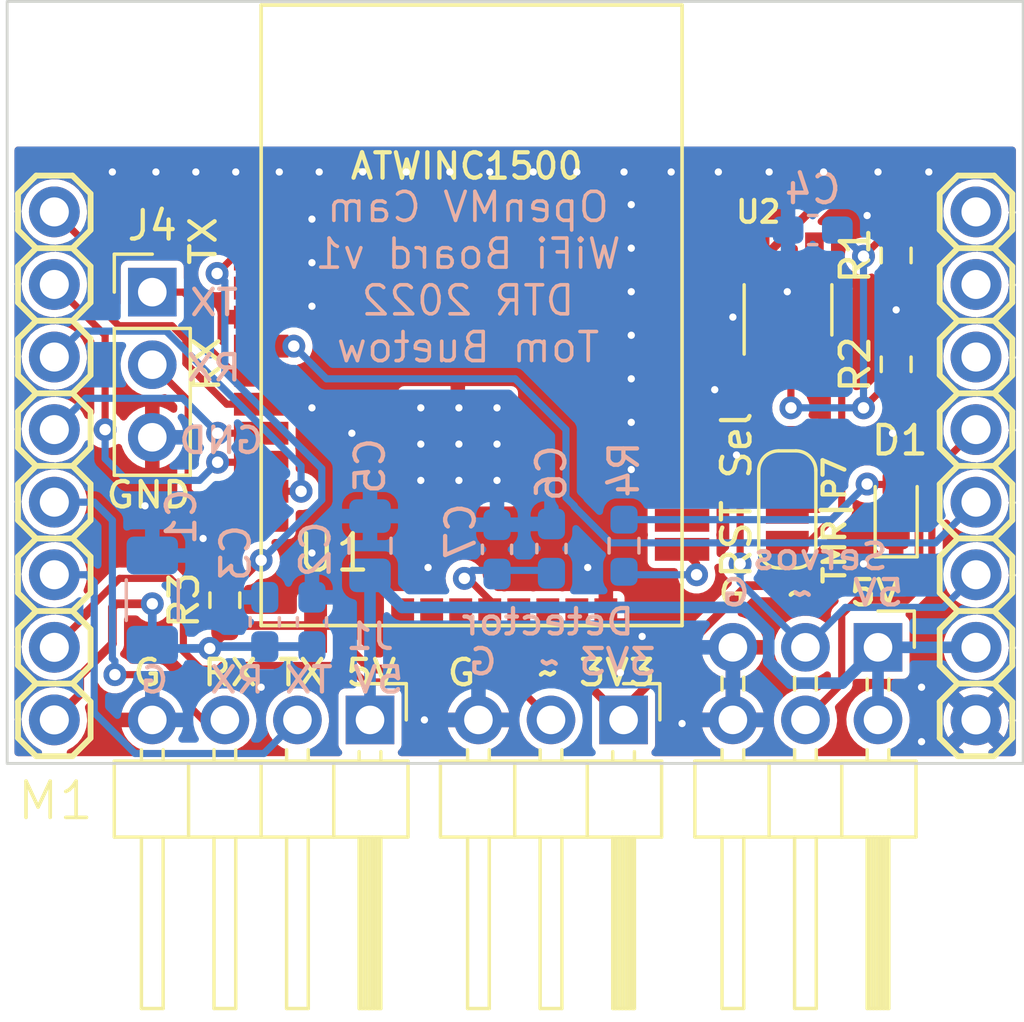
<source format=kicad_pcb>
(kicad_pcb (version 20211014) (generator pcbnew)
  (layers (0 "F.Cu" signal) (31 "B.Cu" signal) (34 "B.Paste" user) (35 "F.Paste" user) (36 "B.SilkS" user "B.Silkscreen") (37 "F.SilkS" user "F.Silkscreen") (38 "B.Mask" user) (39 "F.Mask" user) (44 "Edge.Cuts" user))
  (net 0 "")
  (net 1 "+5V")
  (net 2 "Net-(C6-Pad1)")
  (net 3 "Net-(D1-Pad2)")
  (net 4 "/UART_TX")
  (net 5 "/UART_RX")
  (net 6 "/~{Detect_Sig}")
  (net 7 "Net-(C4-Pad1)")
  (net 8 "GND")
  (net 9 "+3.3V")
  (net 10 "/Servo_PWM")
  (net 11 "/DBG_TX")
  (net 12 "/DBG_RX")
  (net 13 "/Servo2_PWM")
  (net 14 "Net-(R3-Pad2)")
  (net 15 "Net-(R4-Pad1)")
  (net 18 "/Mod_RST")
  (net 20 "/IRQ")
  (net 21 "/MOSI")
  (net 22 "/SSEL")
  (net 23 "/MISO")
  (net 24 "/SCLK")
  (net 29 "Net-(JP1-Pad1)")
  (footprint "Resistor_SMD:R_0603_1608Metric_Pad0.98x0.95mm_HandSolder" (layer "F.Cu") (at 124.46 112.395 90)
    (fp_text reference "R3" (at 0 -1.43 90) (layer "F.SilkS"))
    (fp_text value "1M")
    (pad "1" smd roundrect (at -0.9125 0 90) (size 0.975 0.95) (layers "F.Cu" "F.Paste" "F.Mask") (net 9 "+3.3V"))
    (pad "2" smd roundrect (at 0.9125 0 90) (size 0.975 0.95) (layers "F.Cu" "F.Paste" "F.Mask") (net 14 "Net-(R3-Pad2)"))
  )
  (footprint "wifi:ATWINC1500" (layer "F.Cu") (at 125.73 113.284)
    (fp_text reference "U1" (at 2.54 -2.54) (layer "F.SilkS") (effects (font (size 1.27 1.27))))
    (fp_text value "ATWINC1500" (at 7.192043 -16.079294) (layer "F.SilkS") (effects (font (size 0.889 0.889))))
    (pad "1" smd rect (at 14.732 -2.667 180) (size 1.905 0.8001) (layers "F.Cu" "F.Paste" "F.Mask") (net 15 "Net-(R4-Pad1)"))
    (pad "2" smd rect (at 14.732 -3.683 180) (size 1.905 0.8001) (layers "F.Cu" "F.Paste" "F.Mask"))
    (pad "3" smd rect (at 14.732 -4.699 180) (size 1.905 0.8001) (layers "F.Cu" "F.Paste" "F.Mask"))
    (pad "4" smd rect (at 14.732 -5.715 180) (size 1.905 0.8001) (layers "F.Cu" "F.Paste" "F.Mask") (net 18 "/Mod_RST"))
    (pad "5" smd rect (at 14.732 -9.779 180) (size 1.905 0.8001) (layers "F.Cu" "F.Paste" "F.Mask"))
    (pad "6" smd rect (at 14.732 -11.811 180) (size 1.905 0.8001) (layers "F.Cu" "F.Paste" "F.Mask"))
    (pad "7" smd rect (at 14.732 -12.827 180) (size 1.905 0.8001) (layers "F.Cu" "F.Paste" "F.Mask"))
    (pad "8" smd rect (at 14.732 -13.843 180) (size 1.905 0.8001) (layers "F.Cu" "F.Paste" "F.Mask"))
    (pad "9" smd rect (at 14.732 -14.859 180) (size 1.905 0.8001) (layers "F.Cu" "F.Paste" "F.Mask") (net 8 "GND"))
    (pad "10" smd rect (at 0 -12.827) (size 1.905 0.8001) (layers "F.Cu" "F.Paste" "F.Mask") (net 14 "Net-(R3-Pad2)"))
    (pad "11" smd rect (at 0 -11.811) (size 1.905 0.8001) (layers "F.Cu" "F.Paste" "F.Mask"))
    (pad "12" smd rect (at 0 -10.795) (size 1.905 0.8001) (layers "F.Cu" "F.Paste" "F.Mask") (net 8 "GND"))
    (pad "13" smd rect (at 0 -9.779) (size 1.905 0.8001) (layers "F.Cu" "F.Paste" "F.Mask") (net 20 "/IRQ"))
    (pad "14" smd rect (at 0 -8.763) (size 1.905 0.8001) (layers "F.Cu" "F.Paste" "F.Mask") (net 11 "/DBG_TX"))
    (pad "15" smd rect (at 0 -7.747) (size 1.905 0.8001) (layers "F.Cu" "F.Paste" "F.Mask") (net 21 "/MOSI"))
    (pad "16" smd rect (at 0 -6.731) (size 1.905 0.8001) (layers "F.Cu" "F.Paste" "F.Mask") (net 22 "/SSEL"))
    (pad "17" smd rect (at 0 -5.715) (size 1.905 0.8001) (layers "F.Cu" "F.Paste" "F.Mask") (net 23 "/MISO"))
    (pad "18" smd rect (at 0 -4.699) (size 1.905 0.8001) (layers "F.Cu" "F.Paste" "F.Mask") (net 24 "/SCLK"))
    (pad "19" smd rect (at 0 -3.683) (size 1.905 0.8001) (layers "F.Cu" "F.Paste" "F.Mask") (net 12 "/DBG_RX"))
    (pad "20" smd rect (at 1.905 0 90) (size 1.905 0.8001) (layers "F.Cu" "F.Paste" "F.Mask") (net 9 "+3.3V"))
    (pad "21" smd rect (at 4.953 0 90) (size 1.905 0.8001) (layers "F.Cu" "F.Paste" "F.Mask"))
    (pad "22" smd rect (at 5.969 0 90) (size 1.905 0.8001) (layers "F.Cu" "F.Paste" "F.Mask") (net 9 "+3.3V"))
    (pad "23" smd rect (at 6.985 0 90) (size 1.905 0.8001) (layers "F.Cu" "F.Paste" "F.Mask") (net 9 "+3.3V"))
    (pad "24" smd rect (at 8.001 0 90) (size 1.905 0.8001) (layers "F.Cu" "F.Paste" "F.Mask") (net 2 "Net-(C6-Pad1)"))
    (pad "25" smd rect (at 9.017 0 90) (size 1.905 0.8001) (layers "F.Cu" "F.Paste" "F.Mask"))
    (pad "26" smd rect (at 10.033 0 90) (size 1.905 0.8001) (layers "F.Cu" "F.Paste" "F.Mask"))
    (pad "27" smd rect (at 11.049 0 90) (size 1.905 0.8001) (layers "F.Cu" "F.Paste" "F.Mask"))
    (pad "28" smd rect (at 12.065 0 90) (size 1.905 0.8001) (layers "F.Cu" "F.Paste" "F.Mask") (net 8 "GND"))
    (pad "29" smd rect (at 6.8834 -6.2738) (size 3.7084 3.7084) (layers "F.Cu" "F.Paste" "F.Mask") (net 8 "GND"))
  )
  (footprint "Resistor_SMD:R_0603_1608Metric_Pad0.98x0.95mm_HandSolder" (layer "F.Cu") (at 147.955 100.33 90)
    (fp_text reference "R1" (at 0 -1.43 90) (layer "F.SilkS"))
    (fp_text value "2.2k")
    (pad "1" smd roundrect (at -0.9125 0 90) (size 0.975 0.95) (layers "F.Cu" "F.Paste" "F.Mask") (net 9 "+3.3V"))
    (pad "2" smd roundrect (at 0.9125 0 90) (size 0.975 0.95) (layers "F.Cu" "F.Paste" "F.Mask") (net 7 "Net-(C4-Pad1)"))
  )
  (footprint "Connector_PinHeader_2.54mm:PinHeader_2x03_P2.54mm_Horizontal" (layer "F.Cu") (at 147.32 114.046 -90)
    (fp_text reference "J3" hide)
    (fp_text value "Servo")
    (pad "1" thru_hole rect (at 0 0 270) (size 1.7 1.7) (drill 1) (layers *.Cu *.Mask) (net 1 "+5V"))
    (pad "2" thru_hole oval (at 0 2.54 270) (size 1.7 1.7) (drill 1) (layers *.Cu *.Mask) (net 13 "/Servo2_PWM"))
    (pad "3" thru_hole oval (at 0 5.08 270) (size 1.7 1.7) (drill 1) (layers *.Cu *.Mask) (net 8 "GND"))
    (pad "4" thru_hole oval (at 2.54 0 270) (size 1.7 1.7) (drill 1) (layers *.Cu *.Mask) (net 1 "+5V"))
    (pad "5" thru_hole oval (at 2.54 2.54 270) (size 1.7 1.7) (drill 1) (layers *.Cu *.Mask) (net 10 "/Servo_PWM"))
    (pad "6" thru_hole oval (at 2.54 5.08 270) (size 1.7 1.7) (drill 1) (layers *.Cu *.Mask) (net 8 "GND"))
  )
  (footprint "Resistor_SMD:R_0603_1608Metric_Pad0.98x0.95mm_HandSolder" (layer "F.Cu") (at 147.955 104.14 90)
    (fp_text reference "R2" (at 0 -1.43 90) (layer "F.SilkS"))
    (fp_text value "10k")
    (pad "1" smd roundrect (at -0.9125 0 90) (size 0.975 0.95) (layers "F.Cu" "F.Paste" "F.Mask") (net 7 "Net-(C4-Pad1)"))
    (pad "2" smd roundrect (at 0.9125 0 90) (size 0.975 0.95) (layers "F.Cu" "F.Paste" "F.Mask") (net 8 "GND"))
  )
  (footprint "Connector_PinHeader_2.54mm:PinHeader_1x04_P2.54mm_Horizontal" (layer "F.Cu") (at 129.54 116.587397 -90)
    (fp_text reference "J1" hide)
    (fp_text value "UART3")
    (pad "1" thru_hole rect (at 0 0 270) (size 1.7 1.7) (drill 1) (layers *.Cu *.Mask) (net 1 "+5V"))
    (pad "2" thru_hole oval (at 0 2.54 270) (size 1.7 1.7) (drill 1) (layers *.Cu *.Mask) (net 4 "/UART_TX"))
    (pad "3" thru_hole oval (at 0 5.08 270) (size 1.7 1.7) (drill 1) (layers *.Cu *.Mask) (net 5 "/UART_RX"))
    (pad "4" thru_hole oval (at 0 7.62 270) (size 1.7 1.7) (drill 1) (layers *.Cu *.Mask) (net 8 "GND"))
  )
  (footprint "Connector_PinHeader_2.54mm:PinHeader_1x03_P2.54mm_Vertical" (layer "F.Cu") (at 121.92 101.615)
    (fp_text reference "J4" (at 0 -2.33) (layer "F.SilkS"))
    (fp_text value "Debug")
    (pad "1" thru_hole rect (at 0 0) (size 1.7 1.7) (drill 1) (layers *.Cu *.Mask) (net 11 "/DBG_TX"))
    (pad "2" thru_hole oval (at 0 2.54) (size 1.7 1.7) (drill 1) (layers *.Cu *.Mask) (net 12 "/DBG_RX"))
    (pad "3" thru_hole oval (at 0 5.08) (size 1.7 1.7) (drill 1) (layers *.Cu *.Mask) (net 8 "GND"))
  )
  (footprint "Package_TO_SOT_SMD:TSOT-23-5_HandSoldering" (layer "F.Cu") (at 144.145 102.235 90)
    (fp_text reference "U2" (at 3.429 -1.016 180) (layer "F.SilkS") (effects (font (size 0.762 0.762))))
    (fp_text value "74LVC1G17")
    (pad "1" smd rect (at -1.71 -0.95 90) (size 2 0.65) (layers "F.Cu" "F.Paste" "F.Mask"))
    (pad "2" smd rect (at -1.71 0 90) (size 2 0.65) (layers "F.Cu" "F.Paste" "F.Mask") (net 7 "Net-(C4-Pad1)"))
    (pad "3" smd rect (at -1.71 0.95 90) (size 2 0.65) (layers "F.Cu" "F.Paste" "F.Mask") (net 8 "GND"))
    (pad "4" smd rect (at 1.71 0.95 90) (size 2 0.65) (layers "F.Cu" "F.Paste" "F.Mask") (net 29 "Net-(JP1-Pad1)"))
    (pad "5" smd rect (at 1.71 -0.95 90) (size 2 0.65) (layers "F.Cu" "F.Paste" "F.Mask") (net 9 "+3.3V"))
  )
  (footprint "LED_SMD:LED_0603_1608Metric_Pad1.05x0.95mm_HandSolder" (layer "F.Cu") (at 147.955 109.22 90)
    (fp_text reference "D1" (at 2.413 0.127 180) (layer "F.SilkS"))
    (fp_text value "LED")
    (pad "1" smd roundrect (at -0.875 0 90) (size 1.05 0.95) (layers "F.Cu" "F.Paste" "F.Mask") (net 8 "GND"))
    (pad "2" smd roundrect (at 0.875 0 90) (size 1.05 0.95) (layers "F.Cu" "F.Paste" "F.Mask") (net 3 "Net-(D1-Pad2)"))
  )
  (footprint "Connector_PinHeader_2.54mm:PinHeader_1x03_P2.54mm_Horizontal" (layer "F.Cu") (at 138.414989 116.587397 -90)
    (fp_text reference "J2" hide)
    (fp_text value "Detector")
    (pad "1" thru_hole rect (at 0 0 270) (size 1.7 1.7) (drill 1) (layers *.Cu *.Mask) (net 9 "+3.3V"))
    (pad "2" thru_hole oval (at 0 2.54 270) (size 1.7 1.7) (drill 1) (layers *.Cu *.Mask) (net 6 "/~{Detect_Sig}"))
    (pad "3" thru_hole oval (at 0 5.08 270) (size 1.7 1.7) (drill 1) (layers *.Cu *.Mask) (net 8 "GND"))
  )
  (footprint "wifi:OPENMV3" (layer "F.Cu") (at 116.84 118.11)
    (fp_text reference "M1" (at 1.688871 1.307331) (layer "F.SilkS") (effects (font (size 1.27 1.27) (thickness 0.127))))
    (fp_text value "OPENMV3" hide)
    (pad "1" thru_hole circle (at 1.651 -19.304) (size 1.778 1.778) (drill 1.016) (layers *.Cu *.Paste *.Mask) (net 21 "/MOSI"))
    (pad "2" thru_hole circle (at 1.651 -16.764) (size 1.778 1.778) (drill 1.016) (layers *.Cu *.Paste *.Mask) (net 23 "/MISO"))
    (pad "3" thru_hole circle (at 1.651 -14.224) (size 1.778 1.778) (drill 1.016) (layers *.Cu *.Paste *.Mask) (net 24 "/SCLK"))
    (pad "4" thru_hole circle (at 1.651 -11.684) (size 1.778 1.778) (drill 1.016) (layers *.Cu *.Paste *.Mask) (net 22 "/SSEL"))
    (pad "5" thru_hole circle (at 1.651 -9.144) (size 1.778 1.778) (drill 1.016) (layers *.Cu *.Paste *.Mask) (net 5 "/UART_RX"))
    (pad "6" thru_hole circle (at 1.651 -6.604) (size 1.778 1.778) (drill 1.016) (layers *.Cu *.Paste *.Mask) (net 4 "/UART_TX"))
    (pad "7" thru_hole circle (at 1.651 -4.064) (size 1.778 1.778) (drill 1.016) (layers *.Cu *.Paste *.Mask) (net 6 "/~{Detect_Sig}"))
    (pad "8" thru_hole circle (at 1.651 -1.524) (size 1.778 1.778) (drill 1.016) (layers *.Cu *.Paste *.Mask) (net 9 "+3.3V"))
    (pad "9" thru_hole circle (at 33.909 -1.524) (size 1.778 1.778) (drill 1.016) (layers *.Cu *.Paste *.Mask) (net 8 "GND"))
    (pad "10" thru_hole circle (at 33.909 -4.064) (size 1.778 1.778) (drill 1.016) (layers *.Cu *.Paste *.Mask) (net 1 "+5V"))
    (pad "11" thru_hole circle (at 33.909 -6.604) (size 1.778 1.778) (drill 1.016) (layers *.Cu *.Paste *.Mask) (net 13 "/Servo2_PWM"))
    (pad "12" thru_hole circle (at 33.909 -9.144) (size 1.778 1.778) (drill 1.016) (layers *.Cu *.Paste *.Mask) (net 20 "/IRQ"))
    (pad "13" thru_hole circle (at 33.909 -11.684) (size 1.778 1.778) (drill 1.016) (layers *.Cu *.Paste *.Mask) (net 10 "/Servo_PWM"))
    (pad "14" thru_hole circle (at 33.909 -14.224) (size 1.778 1.778) (drill 1.016) (layers *.Cu *.Paste *.Mask))
    (pad "15" thru_hole circle (at 33.909 -16.764) (size 1.778 1.778) (drill 1.016) (layers *.Cu *.Paste *.Mask))
    (pad "16" thru_hole circle (at 33.909 -19.304) (size 1.778 1.778) (drill 1.016) (layers *.Cu *.Paste *.Mask))
  )
  (footprint "Jumper:SolderJumper-3_P1.3mm_Open_RoundedPad1.0x1.5mm_NumberLabels" (layer "F.Cu") (at 144.145 109.22 90)
    (fp_text reference "JP1" hide)
    (fp_text value "RST Select")
    (pad "1" smd custom (at -1.3 0 90) (size 1 0.5) (layers "F.Cu" "F.Mask") (net 29 "Net-(JP1-Pad1)") (options (clearance outline) (anchor rect)) (primitives (gr_circle (center 0 0.25) (end 0.5 0.25) (width 0) (fill yes)) (gr_circle (center 0 -0.25) (end 0.5 -0.25) (width 0) (fill yes)) (gr_poly (pts (xy 0.55 0.75) (xy 0 0.75) (xy 0 -0.75) (xy 0.55 -0.75)) (width 0) (fill yes))))
    (pad "2" smd rect (at 0 0 90) (size 1 1.5) (layers "F.Cu" "F.Mask") (net 18 "/Mod_RST"))
    (pad "3" smd custom (at 1.3 0 90) (size 1 0.5) (layers "F.Cu" "F.Mask") (net 13 "/Servo2_PWM") (options (clearance outline) (anchor rect)) (primitives (gr_circle (center 0 0.25) (end 0.5 0.25) (width 0) (fill yes)) (gr_circle (center 0 -0.25) (end 0.5 -0.25) (width 0) (fill yes)) (gr_poly (pts (xy 0 0.75) (xy -0.55 0.75) (xy -0.55 -0.75) (xy 0 -0.75)) (width 0) (fill yes))))
  )
  (footprint "Capacitor_SMD:C_0603_1608Metric_Pad1.08x0.95mm_HandSolder" (layer "B.Cu") (at 125.857 113.157 90)
    (fp_text reference "C3" (at 2.413 -1.016 90) (layer "B.SilkS") (effects (justify mirror)))
    (fp_text value ".1u")
    (pad "1" smd roundrect (at -0.8625 0 90) (size 1.075 0.95) (layers "B.Cu" "B.Paste" "B.Mask") (net 9 "+3.3V"))
    (pad "2" smd roundrect (at 0.8625 0 90) (size 1.075 0.95) (layers "B.Cu" "B.Paste" "B.Mask") (net 8 "GND"))
  )
  (footprint "Resistor_SMD:R_0603_1608Metric_Pad0.98x0.95mm_HandSolder" (layer "B.Cu") (at 138.43 110.49 90)
    (fp_text reference "R4" (at 2.667 0 90) (layer "B.SilkS") (effects (justify mirror)))
    (fp_text value "220")
    (pad "1" smd roundrect (at -0.9125 0 90) (size 0.975 0.95) (layers "B.Cu" "B.Paste" "B.Mask") (net 15 "Net-(R4-Pad1)"))
    (pad "2" smd roundrect (at 0.9125 0 90) (size 0.975 0.95) (layers "B.Cu" "B.Paste" "B.Mask") (net 3 "Net-(D1-Pad2)"))
  )
  (footprint "Capacitor_SMD:C_0603_1608Metric_Pad1.08x0.95mm_HandSolder" (layer "B.Cu") (at 145.034 99.441 180)
    (fp_text reference "C4" (at 0 1.43) (layer "B.SilkS") (effects (justify mirror)))
    (fp_text value "10u")
    (pad "1" smd roundrect (at -0.8625 0 180) (size 1.075 0.95) (layers "B.Cu" "B.Paste" "B.Mask") (net 7 "Net-(C4-Pad1)"))
    (pad "2" smd roundrect (at 0.8625 0 180) (size 1.075 0.95) (layers "B.Cu" "B.Paste" "B.Mask") (net 8 "GND"))
  )
  (footprint "Capacitor_SMD:C_0603_1608Metric_Pad1.08x0.95mm_HandSolder" (layer "B.Cu") (at 133.985 110.617 90)
    (fp_text reference "C7" (at 0.635 -1.27 90) (layer "B.SilkS") (effects (justify mirror)))
    (fp_text value ".01u")
    (pad "1" smd roundrect (at -0.8625 0 90) (size 1.075 0.95) (layers "B.Cu" "B.Paste" "B.Mask") (net 2 "Net-(C6-Pad1)"))
    (pad "2" smd roundrect (at 0.8625 0 90) (size 1.075 0.95) (layers "B.Cu" "B.Paste" "B.Mask") (net 8 "GND"))
  )
  (footprint "Capacitor_SMD:C_0805_2012Metric_Pad1.18x1.45mm_HandSolder" (layer "B.Cu") (at 129.54 110.49 90)
    (fp_text reference "C5" (at 2.794 0 90) (layer "B.SilkS") (effects (justify mirror)))
    (fp_text value "10u")
    (pad "1" smd roundrect (at -1.0375 0 90) (size 1.175 1.45) (layers "B.Cu" "B.Paste" "B.Mask") (roundrect_rratio 0.212766) (net 1 "+5V"))
    (pad "2" smd roundrect (at 1.0375 0 90) (size 1.175 1.45) (layers "B.Cu" "B.Paste" "B.Mask") (roundrect_rratio 0.212766) (net 8 "GND"))
  )
  (footprint "Capacitor_SMD:C_0603_1608Metric_Pad1.08x0.95mm_HandSolder" (layer "B.Cu") (at 127.508 113.157 90)
    (fp_text reference "C2" (at 2.54 0.127 90) (layer "B.SilkS") (effects (justify mirror)))
    (fp_text value ".1u")
    (pad "1" smd roundrect (at -0.8625 0 90) (size 1.075 0.95) (layers "B.Cu" "B.Paste" "B.Mask") (net 9 "+3.3V"))
    (pad "2" smd roundrect (at 0.8625 0 90) (size 1.075 0.95) (layers "B.Cu" "B.Paste" "B.Mask") (net 8 "GND"))
  )
  (footprint "Capacitor_SMD:C_1206_3216Metric_Pad1.33x1.80mm_HandSolder" (layer "B.Cu") (at 121.92 112.395 90)
    (fp_text reference "C1" (at 2.921 1.016 90) (layer "B.SilkS") (effects (justify mirror)))
    (fp_text value "47u")
    (pad "1" smd roundrect (at -1.5625 0 90) (size 1.325 1.8) (layers "B.Cu" "B.Paste" "B.Mask") (roundrect_rratio 0.188679) (net 9 "+3.3V"))
    (pad "2" smd roundrect (at 1.5625 0 90) (size 1.325 1.8) (layers "B.Cu" "B.Paste" "B.Mask") (roundrect_rratio 0.188679) (net 8 "GND"))
  )
  (footprint "Capacitor_SMD:C_0603_1608Metric_Pad1.08x0.95mm_HandSolder" (layer "B.Cu") (at 135.89 110.5905 90)
    (fp_text reference "C6" (at 2.6405 0 90) (layer "B.SilkS") (effects (justify mirror)))
    (fp_text value "10u")
    (pad "1" smd roundrect (at -0.8625 0 90) (size 1.075 0.95) (layers "B.Cu" "B.Paste" "B.Mask") (net 2 "Net-(C6-Pad1)"))
    (pad "2" smd roundrect (at 0.8625 0 90) (size 1.075 0.95) (layers "B.Cu" "B.Paste" "B.Mask") (net 8 "GND"))
  )
  (gr_rect locked (start 116.84 91.44) (end 152.4 118.11) (layer "Edge.Cuts") (width 0.1) (fill none))
  (gr_text "OpenMV Cam\nWiFi Board v1\nDTR 2022\nTom Buetow\n" (at 132.969 101.092) (layer "B.SilkS") (effects (font (size 1.016 1.016) (thickness 0.127)) (justify mirror)))
  (gr_text "Detector" (at 135.763 113.157) (layer "B.SilkS") (effects (font (size 0.889 0.9652)) (justify mirror)))
  (gr_text "RX" (at 124.079 104.267) (layer "B.SilkS") (effects (font (size 0.889 0.9652)) (justify mirror)))
  (gr_text "GND" (at 124.333 106.807) (layer "B.SilkS") (effects (font (size 0.889 0.9652)) (justify mirror)))
  (gr_text "3V3 ~  G" (at 136.271 114.554) (layer "B.SilkS") (effects (font (size 0.889 0.9652)) (justify mirror)))
  (gr_text "5V TX RX  G" (at 126.111 115.189) (layer "B.SilkS") (effects (font (size 0.889 0.9652)) (justify mirror)))
  (gr_text "J1" (at 129.54 113.665) (layer "B.SilkS") (effects (font (size 0.889 0.9652)) (justify mirror)))
  (gr_text "Servos" (at 145.288 110.871) (layer "B.SilkS") (effects (font (size 0.889 0.9652)) (justify mirror)))
  (gr_text "5V  ~  G" (at 145.034 112.141) (layer "B.SilkS") (effects (font (size 0.889 0.9652)) (justify mirror)))
  (gr_text "TX" (at 124.079 101.981) (layer "B.SilkS") (effects (font (size 0.889 0.9652)) (justify mirror)))
  (gr_text "TMR|P7" (at 145.796 109.601 90) (layer "F.SilkS") (effects (font (size 0.762 0.762))))
  (gr_text "G  ~  5V" (at 144.907 112.141) (layer "F.SilkS") (effects (font (size 0.889 0.9652))))
  (gr_text "TX" (at 123.698 99.822 90) (layer "F.SilkS") (effects (font (size 0.889 0.9652))))
  (gr_text "G   ~ 3V3" (at 135.89 114.935) (layer "F.SilkS") (effects (font (size 0.889 0.9652))))
  (gr_text "RX" (at 123.825 104.14 90) (layer "F.SilkS") (effects (font (size 0.889 0.9652))))
  (gr_text "RST Sel" (at 142.367 108.712 90) (layer "F.SilkS") (effects (font (size 1 1))))
  (gr_text "GND" (at 121.793 108.712) (layer "F.SilkS") (effects (font (size 0.889 0.9652))))
  (gr_text "G  RX TX 5V" (at 125.857 114.935) (layer "F.SilkS") (effects (font (size 0.889 0.9652))))
  (segment (start 130.6615 112.649) (end 129.54 111.5275) (width 0.4064) (layer "B.Cu") (net 1))
  (segment (start 147.32 114.046) (end 146.0668 115.2992) (width 0.4064) (layer "B.Cu") (net 1))
  (segment (start 144.2552 115.2992) (end 143.4932 114.5372) (width 0.4064) (layer "B.Cu") (net 1))
  (segment (start 150.749 114.046) (end 147.32 114.046) (width 0.4064) (layer "B.Cu") (net 1))
  (segment (start 147.32 115.316) (end 147.32 114.046) (width 0.4064) (layer "B.Cu") (net 1))
  (segment (start 143.4932 113.5212) (end 142.621 112.649) (width 0.4064) (layer "B.Cu") (net 1))
  (segment (start 142.621 112.649) (end 130.6615 112.649) (width 0.4064) (layer "B.Cu") (net 1))
  (segment (start 129.54 111.527488) (end 129.54 116.587397) (width 0.4064) (layer "B.Cu") (net 1))
  (segment (start 143.4932 114.5372) (end 143.4932 113.5212) (width 0.4064) (layer "B.Cu") (net 1))
  (segment (start 146.0668 115.2992) (end 144.2552 115.2992) (width 0.4064) (layer "B.Cu") (net 1))
  (segment (start 147.32 116.586) (end 147.32 115.316) (width 0.4064) (layer "B.Cu") (net 1))
  (segment (start 132.969 111.633) (end 133.731 112.395) (width 0.25) (layer "F.Cu") (net 2))
  (segment (start 132.842 111.633) (end 132.969 111.633) (width 0.25) (layer "F.Cu") (net 2))
  (segment (start 133.731 112.395) (end 133.731 113.284) (width 0.25) (layer "F.Cu") (net 2))
  (via (at 132.842 111.633) (size 0.8) (drill 0.4) (layers "F.Cu" "B.Cu") (net 2))
  (segment (start 133.1225 111.3525) (end 135.89 111.3525) (width 0.25) (layer "B.Cu") (net 2))
  (segment (start 132.842 111.633) (end 133.1225 111.3525) (width 0.25) (layer "B.Cu") (net 2))
  (segment (start 146.953 108.345) (end 147.955 108.345) (width 0.25) (layer "F.Cu") (net 3))
  (segment (start 146.939 108.331) (end 146.953 108.345) (width 0.25) (layer "F.Cu") (net 3))
  (via (at 146.939 108.331) (size 0.8) (drill 0.4) (layers "F.Cu" "B.Cu") (net 3))
  (segment (start 146.939 108.331) (end 145.6925 109.5775) (width 0.25) (layer "B.Cu") (net 3))
  (segment (start 145.6925 109.5775) (end 138.43 109.5775) (width 0.25) (layer "B.Cu") (net 3))
  (segment (start 127 116.587397) (end 125.825 117.762397) (width 0.25) (layer "B.Cu") (net 4))
  (segment (start 119.634 111.506) (end 118.491 111.506) (width 0.25) (layer "B.Cu") (net 4))
  (segment (start 125.825 117.762397) (end 121.318397 117.762397) (width 0.25) (layer "B.Cu") (net 4))
  (segment (start 119.888 111.76) (end 119.634 111.506) (width 0.25) (layer "B.Cu") (net 4))
  (segment (start 121.318397 117.762397) (end 119.888 116.332) (width 0.25) (layer "B.Cu") (net 4))
  (segment (start 119.888 116.332) (end 119.888 111.76) (width 0.25) (layer "B.Cu") (net 4))
  (segment (start 122.114799 115.002799) (end 123.699397 116.587397) (width 0.25) (layer "F.Cu") (net 5))
  (segment (start 120.6125 115.002799) (end 122.114799 115.002799) (width 0.25) (layer "F.Cu") (net 5))
  (segment (start 123.699397 116.587397) (end 124.46 116.587397) (width 0.25) (layer "F.Cu") (net 5))
  (via (at 120.6125 115.002799) (size 0.8) (drill 0.4) (layers "F.Cu" "B.Cu") (net 5))
  (segment (start 120.523 109.601) (end 119.888 108.966) (width 0.25) (layer "B.Cu") (net 5))
  (segment (start 120.6125 115.002799) (end 120.6125 114.525673) (width 0.25) (layer "B.Cu") (net 5))
  (segment (start 120.6125 114.525673) (end 120.523 114.436173) (width 0.25) (layer "B.Cu") (net 5))
  (segment (start 119.888 108.966) (end 118.491 108.966) (width 0.25) (layer "B.Cu") (net 5))
  (segment (start 120.523 114.436173) (end 120.523 109.601) (width 0.25) (layer "B.Cu") (net 5))
  (segment (start 122.555 111.633) (end 120.777 111.633) (width 0.25) (layer "F.Cu") (net 6))
  (segment (start 134.545608 115.258) (end 129.353604 115.258) (width 0.25) (layer "F.Cu") (net 6))
  (segment (start 119.634 112.776) (end 119.634 112.903) (width 0.25) (layer "F.Cu") (net 6))
  (segment (start 123.008018 112.086018) (end 122.555 111.633) (width 0.25) (layer "F.Cu") (net 6))
  (segment (start 119.634 112.903) (end 118.491 114.046) (width 0.25) (layer "F.Cu") (net 6))
  (segment (start 123.008018 114.187902) (end 123.008018 112.086018) (width 0.25) (layer "F.Cu") (net 6))
  (segment (start 128.776604 114.681) (end 124.35969 114.681) (width 0.25) (layer "F.Cu") (net 6))
  (segment (start 123.630098 114.809982) (end 123.008018 114.187902) (width 0.25) (layer "F.Cu") (net 6))
  (segment (start 129.353604 115.258) (end 128.776604 114.681) (width 0.25) (layer "F.Cu") (net 6))
  (segment (start 124.35969 114.681) (end 124.230708 114.809982) (width 0.25) (layer "F.Cu") (net 6))
  (segment (start 120.777 111.633) (end 119.634 112.776) (width 0.25) (layer "F.Cu") (net 6))
  (segment (start 135.875 116.587392) (end 134.545608 115.258) (width 0.25) (layer "F.Cu") (net 6))
  (segment (start 124.230708 114.809982) (end 123.630098 114.809982) (width 0.25) (layer "F.Cu") (net 6))
  (segment (start 144.272 105.664) (end 144.272 104.072) (width 0.25) (layer "F.Cu") (net 7))
  (segment (start 144.272 104.072) (end 144.145 103.945) (width 0.25) (layer "F.Cu") (net 7))
  (segment (start 147.955 105.0525) (end 147.4235 105.0525) (width 0.25) (layer "F.Cu") (net 7))
  (segment (start 147.4235 105.0525) (end 146.812 105.664) (width 0.25) (layer "F.Cu") (net 7))
  (segment (start 147.955 99.4175) (end 147.751 99.4175) (width 0.25) (layer "F.Cu") (net 7))
  (segment (start 147.751 99.4175) (end 146.812 100.3565) (width 0.25) (layer "F.Cu") (net 7))
  (via (at 146.812 100.3565) (size 0.8) (drill 0.4) (layers "F.Cu" "B.Cu") (net 7))
  (via (at 146.812 105.664) (size 0.8) (drill 0.4) (layers "F.Cu" "B.Cu") (net 7))
  (via (at 144.272 105.664) (size 0.8) (drill 0.4) (layers "F.Cu" "B.Cu") (net 7))
  (segment (start 145.8965 99.441) (end 146.812 100.3565) (width 0.25) (layer "B.Cu") (net 7))
  (segment (start 146.812 100.3565) (end 146.812 105.664) (width 0.25) (layer "B.Cu") (net 7))
  (segment (start 146.812 105.664) (end 144.272 105.664) (width 0.25) (layer "B.Cu") (net 7))
  (via (at 128.905 106.553) (size 0.508) (drill 0.254) (layers "F.Cu" "B.Cu") (net 8))
  (via (at 138.43 97.409) (size 0.508) (drill 0.254) (layers "F.Cu" "B.Cu") (net 8))
  (via (at 133.985 108.204) (size 0.508) (drill 0.254) (layers "F.Cu" "B.Cu") (net 8))
  (via (at 131.318 108.204) (size 0.508) (drill 0.254) (layers "F.Cu" "B.Cu") (net 8))
  (via (at 141.605 105.029) (size 0.508) (drill 0.254) (layers "F.Cu" "B.Cu") (net 8))
  (via (at 140.462 116.713) (size 0.508) (drill 0.254) (layers "F.Cu" "B.Cu") (net 8))
  (via (at 146.812 111.125) (size 0.508) (drill 0.254) (layers "F.Cu" "B.Cu") (net 8))
  (via (at 147.32 97.409) (size 0.508) (drill 0.254) (layers "F.Cu" "B.Cu") (net 8))
  (via (at 138.684 104.648) (size 0.508) (drill 0.254) (layers "F.Cu" "B.Cu") (net 8))
  (via (at 127.762 97.409) (size 0.508) (drill 0.254) (layers "F.Cu" "B.Cu") (net 8))
  (via (at 127.508 105.664) (size 0.508) (drill 0.254) (layers "F.Cu" "B.Cu") (net 8))
  (via (at 127.508 110.744) (size 0.508) (drill 0.254) (layers "F.Cu" "B.Cu") (net 8))
  (via (at 131.318 105.664) (size 0.508) (drill 0.254) (layers "F.Cu" "B.Cu") (net 8))
  (via (at 120.523 97.409) (size 0.508) (drill 0.254) (layers "F.Cu" "B.Cu") (net 8))
  (via (at 142.367 107.315) (size 0.508) (drill 0.254) (layers "F.Cu" "B.Cu") (net 8))
  (via (at 133.985 106.934) (size 0.508) (drill 0.254) (layers "F.Cu" "B.Cu") (net 8))
  (via (at 123.698 110.236) (size 0.508) (drill 0.254) (layers "F.Cu" "B.Cu") (net 8))
  (via (at 126.365 97.409) (size 0.508) (drill 0.254) (layers "F.Cu" "B.Cu") (net 8))
  (via (at 132.6515 105.664) (size 0.508) (drill 0.254) (layers "F.Cu" "B.Cu") (net 8))
  (via (at 148.844 115.443) (size 0.508) (drill 0.254) (layers "F.Cu" "B.Cu") (net 8))
  (via (at 139.065 113.665) (size 0.508) (drill 0.254) (layers "F.Cu" "B.Cu") (net 8))
  (via (at 127.508 99.06) (size 0.508) (drill 0.254) (layers "F.Cu" "B.Cu") (net 8))
  (via (at 138.684 98.552) (size 0.508) (drill 0.254) (layers "F.Cu" "B.Cu") (net 8))
  (via (at 133.731 97.409) (size 0.508) (drill 0.254) (layers "F.Cu" "B.Cu") (net 8))
  (via (at 140.081 97.409) (size 0.508) (drill 0.254) (layers "F.Cu" "B.Cu") (net 8))
  (via (at 122.047 97.409) (size 0.508) (drill 0.254) (layers "F.Cu" "B.Cu") (net 8))
  (via (at 136.779 97.409) (size 0.508) (drill 0.254) (layers "F.Cu" "B.Cu") (net 8))
  (via (at 129.286 97.409) (size 0.508) (drill 0.254) (layers "F.Cu" "B.Cu") (net 8))
  (via (at 143.51 97.409) (size 0.508) (drill 0.254) (layers "F.Cu" "B.Cu") (net 8))
  (via (at 141.732 97.409) (size 0.508) (drill 0.254) (layers "F.Cu" "B.Cu") (net 8))
  (via (at 138.684 106.172) (size 0.508) (drill 0.254) (layers "F.Cu" "B.Cu") (net 8))
  (via (at 127.508 102.108) (size 0.508) (drill 0.254) (layers "F.Cu" "B.Cu") (net 8))
  (via (at 142.24 102.489) (size 0.508) (drill 0.254) (layers "F.Cu" "B.Cu") (net 8))
  (via (at 131.318 106.934) (size 0.508) (drill 0.254) (layers "F.Cu" "B.Cu") (net 8))
  (via (at 131.572 111.252) (size 0.508) (drill 0.254) (layers "F.Cu" "B.Cu") (net 8))
  (via (at 132.6515 108.204) (size 0.508) (drill 0.254) (layers "F.Cu" "B.Cu") (net 8))
  (via (at 131.445 116.586) (size 0.508) (drill 0.254) (layers "F.Cu" "B.Cu") (net 8))
  (via (at 145.415 97.409) (size 0.508) (drill 0.254) (layers "F.Cu" "B.Cu") (net 8))
  (via (at 135.255 97.409) (size 0.508) (drill 0.254) (layers "F.Cu" "B.Cu") (net 8))
  (via (at 146.939 98.933) (size 0.508) (drill 0.254) (layers "F.Cu" "B.Cu") (net 8))
  (via (at 130.81 97.409) (size 0.508) (drill 0.254) (layers "F.Cu" "B.Cu") (net 8))
  (via (at 127.508 100.584) (size 0.508) (drill 0.254) (layers "F.Cu" "B.Cu") (net 8))
  (via (at 148.844 117.348) (size 0.508) (drill 0.254) (layers "F.Cu" "B.Cu") (net 8))
  (via (at 121.666 109.093) (size 0.508) (drill 0.254) (layers "F.Cu" "B.Cu") (net 8))
  (via (at 132.334 97.409) (size 0.508) (drill 0.254) (layers "F.Cu" "B.Cu") (net 8))
  (via (at 149.098 97.409) (size 0.508) (drill 0.254) (layers "F.Cu" "B.Cu") (net 8))
  (via (at 138.303 114.935) (size 0.508) (drill 0.254) (layers "F.Cu" "B.Cu") (net 8))
  (via (at 147.955 102.235) (size 0.508) (drill 0.254) (layers "F.Cu" "B.Cu") (net 8))
  (via (at 123.444 97.409) (size 0.508) (drill 0.254) (layers "F.Cu" "B.Cu") (net 8))
  (via (at 132.6515 106.934) (size 0.508) (drill 0.254) (layers "F.Cu" "B.Cu") (net 8))
  (via (at 125.73 115.443) (size 0.508) (drill 0.254) (layers "F.Cu" "B.Cu") (net 8))
  (via (at 138.684 101.6) (size 0.508) (drill 0.254) (layers "F.Cu" "B.Cu") (net 8))
  (via (at 138.684 103.124) (size 0.508) (drill 0.254) (layers "F.Cu" "B.Cu") (net 8))
  (via (at 138.684 100.076) (size 0.508) (drill 0.254) (layers "F.Cu" "B.Cu") (net 8))
  (via (at 144.145 101.6) (size 0.508) (drill 0.254) (layers "F.Cu" "B.Cu") (net 8))
  (via (at 124.841 97.409) (size 0.508) (drill 0.254) (layers "F.Cu" "B.Cu") (net 8))
  (via (at 137.16 111.252) (size 0.508) (drill 0.254) (layers "F.Cu" "B.Cu") (net 8))
  (via (at 133.985 105.664) (size 0.508) (drill 0.254) (layers "F.Cu" "B.Cu") (net 8))
  (via (at 147.828 106.553) (size 0.508) (drill 0.254) (layers "F.Cu" "B.Cu") (net 8))
  (via (at 138.684 107.823) (size 0.508) (drill 0.254) (layers "F.Cu" "B.Cu") (net 8))
  (segment (start 131.445 114.808) (end 129.54 114.808) (width 0.3048) (layer "F.Cu") (net 9))
  (segment (start 128.397 113.284) (end 127.635 113.284) (width 0.3048) (layer "F.Cu") (net 9))
  (segment (start 120.65 112.522) (end 120.523 112.649) (width 0.3048) (layer "F.Cu") (net 9))
  (segment (start 147.828 111.887) (end 142.737299 111.887) (width 0.3048) (layer "F.Cu") (net 9))
  (segment (start 147.955 101.2425) (end 148.755 102.0425) (width 0.3048) (layer "F.Cu") (net 9))
  (segment (start 143.195 100.525) (end 145.422 98.298) (width 0.3048) (layer "F.Cu") (net 9))
  (segment (start 127.635 113.284) (end 124.4835 113.284) (width 0.3048) (layer "F.Cu") (net 9))
  (segment (start 131.699 114.554) (end 131.445 114.808) (width 0.3048) (layer "F.Cu") (net 9))
  (segment (start 119.379929 115.062071) (end 119.379929 115.697071) (width 0.3048) (layer "F.Cu") (net 9))
  (segment (start 142.737299 111.887) (end 138.415 116.209299) (width 0.3048) (layer "F.Cu") (net 9))
  (segment (start 128.524 113.411) (end 128.397 113.284) (width 0.3048) (layer "F.Cu") (net 9))
  (segment (start 123.930403 114.084982) (end 124.46 113.555385) (width 0.3048) (layer "F.Cu") (net 9))
  (segment (start 145.422 98.298) (end 148.336 98.298) (width 0.3048) (layer "F.Cu") (net 9))
  (segment (start 132.715 114.427) (end 132.334 114.808) (width 0.3048) (layer "F.Cu") (net 9))
  (segment (start 129.54 114.808) (end 128.524 113.792) (width 0.3048) (layer "F.Cu") (net 9))
  (segment (start 131.699 113.284) (end 131.699 114.554) (width 0.3048) (layer "F.Cu") (net 9))
  (segment (start 138.415 116.209299) (end 138.415 116.587392) (width 0.3048) (layer "F.Cu") (net 9))
  (segment (start 132.715 113.284) (end 132.715 114.427) (width 0.3048) (layer "F.Cu") (net 9))
  (segment (start 148.754998 98.716998) (end 148.754998 102.042493) (width 0.3048) (layer "F.Cu") (net 9))
  (segment (start 138.415 116.587392) (end 136.635608 114.808) (width 0.3048) (layer "F.Cu") (net 9))
  (segment (start 121.92 112.522) (end 120.65 112.522) (width 0.3048) (layer "F.Cu") (net 9))
  (segment (start 148.755 110.96) (end 147.828 111.887) (width 0.3048) (layer "F.Cu") (net 9))
  (segment (start 124.46 113.555385) (end 124.46 113.3075) (width 0.3048) (layer "F.Cu") (net 9))
  (segment (start 148.755 102.0425) (end 148.755 110.96) (width 0.3048) (layer "F.Cu") (net 9))
  (segment (start 128.524 113.792) (end 128.524 113.411) (width 0.3048) (layer "F.Cu") (net 9))
  (segment (start 120.523 113.919) (end 119.379929 115.062071) (width 0.3048) (layer "F.Cu") (net 9))
  (segment (start 120.523 112.649) (end 120.523 113.919) (width 0.3048) (layer "F.Cu") (net 9))
  (segment (start 119.379929 115.697071) (end 118.491 116.586) (width 0.3048) (layer "F.Cu") (net 9))
  (segment (start 148.336 98.298) (end 148.755 98.717) (width 0.3048) (layer "F.Cu") (net 9))
  (segment (start 124.4835 113.284) (end 124.46 113.3075) (width 0.3048) (layer "F.Cu") (net 9))
  (segment (start 136.635608 114.808) (end 132.334 114.808) (width 0.3048) (layer "F.Cu") (net 9))
  (segment (start 132.334 114.808) (end 131.445 114.808) (width 0.3048) (layer "F.Cu") (net 9))
  (via (at 121.92 112.522) (size 0.8) (drill 0.4) (layers "F.Cu" "B.Cu") (net 9))
  (via (at 123.930403 114.084982) (size 0.8) (drill 0.4) (layers "F.Cu" "B.Cu") (net 9))
  (segment (start 123.930403 114.084982) (end 122.047482 114.084982) (width 0.3048) (layer "B.Cu") (net 9))
  (segment (start 125.857 114.0195) (end 127.508 114.0195) (width 0.3048) (layer "B.Cu") (net 9))
  (segment (start 123.930403 114.084982) (end 123.995885 114.0195) (width 0.3048) (layer "B.Cu") (net 9))
  (segment (start 121.92 113.9575) (end 121.92 112.522) (width 0.3048) (layer "B.Cu") (net 9))
  (segment (start 122.047482 114.084982) (end 121.92 113.9575) (width 0.3048) (layer "B.Cu") (net 9))
  (segment (start 123.995885 114.0195) (end 125.857 114.0195) (width 0.3048) (layer "B.Cu") (net 9))
  (segment (start 146.05 115.316) (end 144.78 116.586) (width 0.25) (layer "F.Cu") (net 10))
  (segment (start 146.05 112.903) (end 146.05 115.316) (width 0.25) (layer "F.Cu") (net 10))
  (segment (start 150.749 106.426) (end 149.205 107.97) (width 0.25) (layer "F.Cu") (net 10))
  (segment (start 149.205 111.526) (end 148.336 112.395) (width 0.25) (layer "F.Cu") (net 10))
  (segment (start 146.558 112.395) (end 146.05 112.903) (width 0.25) (layer "F.Cu") (net 10))
  (segment (start 149.205 107.97) (end 149.205 111.526) (width 0.25) (layer "F.Cu") (net 10))
  (segment (start 148.336 112.395) (end 146.558 112.395) (width 0.25) (layer "F.Cu") (net 10))
  (segment (start 123.02 101.615) (end 123.825 102.42) (width 0.25) (layer "F.Cu") (net 11))
  (segment (start 121.92 101.615) (end 123.02 101.615) (width 0.25) (layer "F.Cu") (net 11))
  (segment (start 123.825 103.505) (end 124.841 104.521) (width 0.25) (layer "F.Cu") (net 11))
  (segment (start 123.825 102.42) (end 123.825 103.505) (width 0.25) (layer "F.Cu") (net 11))
  (segment (start 124.841 104.521) (end 125.73 104.521) (width 0.25) (layer "F.Cu") (net 11))
  (segment (start 124.206 109.601) (end 125.73 109.601) (width 0.25) (layer "F.Cu") (net 12))
  (segment (start 121.92 104.155) (end 123.175 105.41) (width 0.25) (layer "F.Cu") (net 12))
  (segment (start 123.175 105.41) (end 123.175 108.57) (width 0.25) (layer "F.Cu") (net 12))
  (segment (start 123.175 108.57) (end 124.206 109.601) (width 0.25) (layer "F.Cu") (net 12))
  (segment (start 142.494 110.998) (end 142.494 111.125) (width 0.25) (layer "F.Cu") (net 13))
  (segment (start 142.494 108.971) (end 142.494 110.998) (width 0.25) (layer "F.Cu") (net 13))
  (segment (start 144.145 107.92) (end 143.545 107.92) (width 0.25) (layer "F.Cu") (net 13))
  (segment (start 143.545 107.92) (end 142.494 108.971) (width 0.25) (layer "F.Cu") (net 13))
  (via (at 142.494 111.125) (size 0.8) (drill 0.4) (layers "F.Cu" "B.Cu") (net 13))
  (segment (start 146.177 112.649) (end 144.78 114.046) (width 0.25) (layer "B.Cu") (net 13))
  (segment (start 149.606 112.649) (end 146.177 112.649) (width 0.25) (layer "B.Cu") (net 13))
  (segment (start 142.494 111.76) (end 144.78 114.046) (width 0.25) (layer "B.Cu") (net 13))
  (segment (start 142.494 111.125) (end 142.494 111.76) (width 0.25) (layer "B.Cu") (net 13))
  (segment (start 150.749 111.506) (end 149.606 112.649) (width 0.25) (layer "B.Cu") (net 13))
  (segment (start 125.2455 111.4825) (end 124.46 111.4825) (width 0.25) (layer "F.Cu") (net 14))
  (segment (start 125.73 110.998) (end 125.2455 111.4825) (width 0.25) (layer "F.Cu") (net 14))
  (segment (start 124.693093 100.457) (end 124.188415 100.961678) (width 0.25) (layer "F.Cu") (net 14))
  (segment (start 125.73 100.457) (end 124.693093 100.457) (width 0.25) (layer "F.Cu") (net 14))
  (via (at 124.188415 100.961678) (size 0.8) (drill 0.4) (layers "F.Cu" "B.Cu") (net 14))
  (via (at 125.73 110.998) (size 0.8) (drill 0.4) (layers "F.Cu" "B.Cu") (net 14))
  (segment (start 127.852 107.788903) (end 124.46 104.396903) (width 0.25) (layer "B.Cu") (net 14))
  (segment (start 124.46 104.396903) (end 124.46 101.233263) (width 0.25) (layer "B.Cu") (net 14))
  (segment (start 124.46 101.233263) (end 124.188415 100.961678) (width 0.25) (layer "B.Cu") (net 14))
  (segment (start 125.73 110.998) (end 125.739305 110.998) (width 0.25) (layer "B.Cu") (net 14))
  (segment (start 125.739305 110.998) (end 127.852 108.885305) (width 0.25) (layer "B.Cu") (net 14))
  (segment (start 127.852 108.885305) (end 127.852 107.788903) (width 0.25) (layer "B.Cu") (net 14))
  (segment (start 140.97 111.125) (end 140.462 110.617) (width 0.25) (layer "F.Cu") (net 15))
  (segment (start 140.97 111.506) (end 140.97 111.125) (width 0.25) (layer "F.Cu") (net 15))
  (via (at 140.97 111.506) (size 0.8) (drill 0.4) (layers "F.Cu" "B.Cu") (net 15))
  (segment (start 138.5335 111.506) (end 140.97 111.506) (width 0.25) (layer "B.Cu") (net 15))
  (segment (start 138.43 111.4025) (end 138.5335 111.506) (width 0.25) (layer "B.Cu") (net 15))
  (segment (start 145.161 106.426) (end 145.542 106.807) (width 0.25) (layer "F.Cu") (net 18))
  (segment (start 145.542 108.897) (end 145.219 109.22) (width 0.25) (layer "F.Cu") (net 18))
  (segment (start 145.219 109.22) (end 144.145 109.22) (width 0.25) (layer "F.Cu") (net 18))
  (segment (start 145.542 106.807) (end 145.542 108.897) (width 0.25) (layer "F.Cu") (net 18))
  (segment (start 141.605 106.426) (end 145.161 106.426) (width 0.25) (layer "F.Cu") (net 18))
  (segment (start 140.462 107.569) (end 141.605 106.426) (width 0.25) (layer "F.Cu") (net 18))
  (segment (start 125.73 103.505) (end 126.873 103.505) (width 0.25) (layer "F.Cu") (net 20))
  (via (at 126.873 103.505) (size 0.8) (drill 0.4) (layers "F.Cu" "B.Cu") (net 20))
  (segment (start 128.016 104.648) (end 134.62 104.648) (width 0.25) (layer "B.Cu") (net 20))
  (segment (start 149.325 110.39) (end 150.749 108.966) (width 0.25) (layer "B.Cu") (net 20))
  (segment (start 137.959505 110.39) (end 149.325 110.39) (width 0.25) (layer "B.Cu") (net 20))
  (segment (start 136.69 109.094505) (end 136.69 109.120495) (width 0.25) (layer "B.Cu") (net 20))
  (segment (start 136.398 108.802505) (end 136.69 109.094505) (width 0.25) (layer "B.Cu") (net 20))
  (segment (start 136.69 109.120495) (end 137.959505 110.39) (width 0.25) (layer "B.Cu") (net 20))
  (segment (start 136.398 106.426) (end 136.398 108.802505) (width 0.25) (layer "B.Cu") (net 20))
  (segment (start 126.873 103.505) (end 128.016 104.648) (width 0.25) (layer "B.Cu") (net 20))
  (segment (start 134.62 104.648) (end 136.398 106.426) (width 0.25) (layer "B.Cu") (net 20))
  (segment (start 125.73 105.537) (end 124.5275 105.537) (width 0.25) (layer "F.Cu") (net 21))
  (segment (start 124.5275 105.537) (end 123.095 104.1045) (width 0.25) (layer "F.Cu") (net 21))
  (segment (start 119.761 101.806) (end 119.761 100.076) (width 0.25) (layer "F.Cu") (net 21))
  (segment (start 122.608001 102.79) (end 120.745 102.79) (width 0.25) (layer "F.Cu") (net 21))
  (segment (start 123.095 104.1045) (end 123.095 103.276999) (width 0.25) (layer "F.Cu") (net 21))
  (segment (start 119.761 100.076) (end 118.491 98.806) (width 0.25) (layer "F.Cu") (net 21))
  (segment (start 123.095 103.276999) (end 122.608001 102.79) (width 0.25) (layer "F.Cu") (net 21))
  (segment (start 120.745 102.79) (end 119.761 101.806) (width 0.25) (layer "F.Cu") (net 21))
  (segment (start 125.73 106.553) (end 124.206 106.553) (width 0.25) (layer "F.Cu") (net 22))
  (via (at 124.206 106.553) (size 0.8) (drill 0.4) (layers "F.Cu" "B.Cu") (net 22))
  (segment (start 124.206 106.553) (end 122.983 105.33) (width 0.25) (layer "B.Cu") (net 22))
  (segment (start 122.983 105.33) (end 119.587 105.33) (width 0.25) (layer "B.Cu") (net 22))
  (segment (start 119.587 105.33) (end 118.491 106.426) (width 0.25) (layer "B.Cu") (net 22))
  (segment (start 125.73 107.569) (end 124.206 107.569) (width 0.25) (layer "F.Cu") (net 23))
  (segment (start 120.269 103.124) (end 118.491 101.346) (width 0.25) (layer "F.Cu") (net 23))
  (segment (start 120.269 106.426) (end 120.269 103.124) (width 0.25) (layer "F.Cu") (net 23))
  (via (at 120.269 106.426) (size 0.8) (drill 0.4) (layers "F.Cu" "B.Cu") (net 23))
  (via (at 124.206 107.569) (size 0.8) (drill 0.4) (layers "F.Cu" "B.Cu") (net 23))
  (segment (start 121.031 108.204) (end 120.269 107.442) (width 0.25) (layer "B.Cu") (net 23))
  (segment (start 123.571 108.204) (end 121.031 108.204) (width 0.25) (layer "B.Cu") (net 23))
  (segment (start 124.206 107.569) (end 123.571 108.204) (width 0.25) (layer "B.Cu") (net 23))
  (segment (start 120.269 107.442) (end 120.269 106.426) (width 0.25) (layer "B.Cu") (net 23))
  (segment (start 125.73 108.585) (end 127.127 108.585) (width 0.25) (layer "F.Cu") (net 24))
  (via (at 127.127 108.585) (size 0.8) (drill 0.4) (layers "F.Cu" "B.Cu") (net 24))
  (segment (start 127.127 108.585) (end 127.127 107.700299) (width 0.25) (layer "B.Cu") (net 24))
  (segment (start 127.127 107.700299) (end 122.406701 102.98) (width 0.25) (layer "B.Cu") (net 24))
  (segment (start 119.397 102.98) (end 118.491 103.886) (width 0.25) (layer "B.Cu") (net 24))
  (segment (start 122.406701 102.98) (end 119.397 102.98) (width 0.25) (layer "B.Cu") (net 24))
  (segment (start 146.05 101.48) (end 145.095 100.525) (width 0.25) (layer "F.Cu") (net 29))
  (segment (start 146.05 109.215) (end 146.05 101.48) (width 0.25) (layer "F.Cu") (net 29))
  (segment (start 144.145 110.52) (end 144.745 110.52) (width 0.25) (layer "F.Cu") (net 29))
  (segment (start 144.745 110.52) (end 146.05 109.215) (width 0.25) (layer "F.Cu") (net 29))
  (zone (net 8) (net_name "GND") (layers F&B.Cu) (name "GND") (connect_pads (clearance 0.254)) (min_thickness 0.254) (fill yes (thermal_gap 0.254) (thermal_bridge_width 0.508))
    (polygon (pts (xy 152.4 118.11) (xy 116.84 118.11) (xy 116.84 96.52) (xy 152.4 96.52)))
  )
)
</source>
